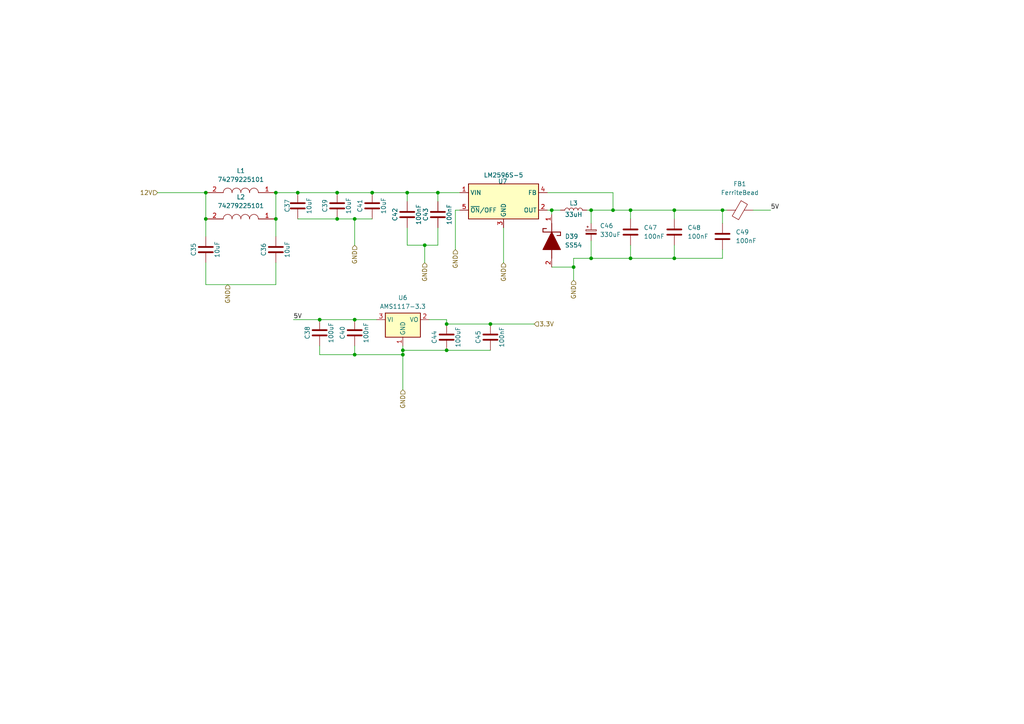
<source format=kicad_sch>
(kicad_sch (version 20231120) (generator "eeschema") (generator_version "8.0")
  (paper "A4")
  (lib_symbols
    (symbol "74279225101:74279225101" (pin_names (offset 0.762))
      (property "Reference" "L" (at 16.51 6.35 0))
      (property "Value" "74279225101" (at 16.51 3.81 0))
      (symbol "74279225101_0_0"
        (pin passive line (at 0 0 0) (length 5.08) (name "~") (number "1"))
        (pin passive line (at 20.32 0 180) (length 5.08) (name "~") (number "2"))
      )
      (symbol "74279225101_0_1"
        (arc (start 5.08 0) (mid 6.35 -1.3218) (end 7.62 0) (stroke (width 0.1524)))
        (arc (start 7.62 0) (mid 8.89 -1.3218) (end 10.16 0) (stroke (width 0.1524)))
        (arc (start 10.16 0) (mid 11.43 -1.3218) (end 12.7 0) (stroke (width 0.1524)))
        (arc (start 12.7 0) (mid 13.97 -1.3218) (end 15.24 0) (stroke (width 0.1524)))
      )
    )
    (symbol "Device:C" (pin_numbers hide) (pin_names (offset 0.254))
      (property "Reference" "C" (at 0.635 2.54 0))
      (property "Value" "C" (at 0.635 -2.54 0))
      (symbol "C_0_1"
        (polyline (pts (xy -2.032 -0.762) (xy 2.032 -0.762)) (stroke (width 0.508)))
        (polyline (pts (xy -2.032 0.762) (xy 2.032 0.762)) (stroke (width 0.508)))
      )
      (symbol "C_1_1"
        (pin passive line (at 0 3.81 270) (length 2.794) (name "~") (number "1"))
        (pin passive line (at 0 -3.81 90) (length 2.794) (name "~") (number "2"))
      )
    )
    (symbol "Device:C_Polarized_Small" (pin_numbers hide) (pin_names (offset 0.254) hide)
      (property "Reference" "C" (at 0.254 1.778 0))
      (property "Value" "C_Polarized_Small" (at 0.254 -2.032 0))
      (symbol "C_Polarized_Small_0_1"
        (rectangle (start -1.524 -0.3048) (end 1.524 -0.6858) (fill (type outline)))
        (rectangle (start -1.524 0.6858) (end 1.524 0.3048))
        (polyline (pts (xy -1.27 1.524) (xy -0.762 1.524)))
        (polyline (pts (xy -1.016 1.27) (xy -1.016 1.778)))
      )
      (symbol "C_Polarized_Small_1_1"
        (pin passive line (at 0 2.54 270) (length 1.8542) (name "~") (number "1"))
        (pin passive line (at 0 -2.54 90) (length 1.8542) (name "~") (number "2"))
      )
    )
    (symbol "Device:FerriteBead" (pin_numbers hide) (pin_names (offset 0))
      (property "Reference" "FB" (at -3.81 0.635 90))
      (property "Value" "FerriteBead" (at 3.81 0 90))
      (symbol "FerriteBead_0_1"
        (polyline (pts (xy 0 -1.27) (xy 0 -1.2192)))
        (polyline (pts (xy 0 1.27) (xy 0 1.2954)))
        (polyline (pts (xy -2.7686 0.4064) (xy -1.7018 2.2606) (xy 2.7686 -0.3048) (xy 1.6764 -2.159) (xy -2.7686 0.4064)))
      )
      (symbol "FerriteBead_1_1"
        (pin passive line (at 0 3.81 270) (length 2.54) (name "~") (number "1"))
        (pin passive line (at 0 -3.81 90) (length 2.54) (name "~") (number "2"))
      )
    )
    (symbol "Device:L" (pin_numbers hide) (pin_names (offset 1.016) hide)
      (property "Reference" "L" (at -1.27 0 90))
      (property "Value" "L" (at 1.905 0 90))
      (symbol "L_0_1"
        (arc (start 0 -2.54) (mid 0.6323 -1.905) (end 0 -1.27))
        (arc (start 0 -1.27) (mid 0.6323 -0.635) (end 0 0))
        (arc (start 0 0) (mid 0.6323 0.635) (end 0 1.27))
        (arc (start 0 1.27) (mid 0.6323 1.905) (end 0 2.54))
      )
      (symbol "L_1_1"
        (pin passive line (at 0 3.81 270) (length 1.27) (name "1") (number "1"))
        (pin passive line (at 0 -3.81 90) (length 1.27) (name "2") (number "2"))
      )
    )
    (symbol "Regulator_Linear:AMS1117-3.3"
      (property "Reference" "U" (at -3.81 3.175 0))
      (property "Value" "AMS1117-3.3" (at 0 3.175 0))
      (symbol "AMS1117-3.3_0_1"
        (rectangle (start -5.08 -5.08) (end 5.08 1.905) (stroke (width 0.254)) (fill (type background)))
      )
      (symbol "AMS1117-3.3_1_1"
        (pin power_in line (at 0 -7.62 90) (length 2.54) (name "GND") (number "1"))
        (pin power_out line (at 7.62 0 180) (length 2.54) (name "VO") (number "2"))
        (pin power_in line (at -7.62 0 0) (length 2.54) (name "VI") (number "3"))
      )
    )
    (symbol "Regulator_Switching:LM2596S-5"
      (property "Reference" "U" (at -10.16 6.35 0))
      (property "Value" "LM2596S-5" (at 0 6.35 0))
      (symbol "LM2596S-5_0_1"
        (rectangle (start -10.16 5.08) (end 10.16 -5.08) (stroke (width 0.254)) (fill (type background)))
      )
      (symbol "LM2596S-5_1_1"
        (pin power_in line (at -12.7 2.54 0) (length 2.54) (name "VIN") (number "1"))
        (pin output line (at 12.7 -2.54 180) (length 2.54) (name "OUT") (number "2"))
        (pin power_in line (at 0 -7.62 90) (length 2.54) (name "GND") (number "3"))
        (pin input line (at 12.7 2.54 180) (length 2.54) (name "FB") (number "4"))
        (pin input line (at -12.7 -2.54 0) (length 2.54) (name "~{ON}/OFF") (number "5"))
      )
    )
    (symbol "SS54:SS54" (pin_names hide)
      (property "Reference" "D" (at 12.7 8.89 0))
      (property "Value" "SS54" (at 12.7 6.35 0))
      (symbol "SS54_1_1"
        (polyline (pts (xy 5.08 0) (xy 7.62 0)) (stroke (width 0.254)))
        (polyline (pts (xy 6.604 -1.524) (xy 6.604 -2.54)) (stroke (width 0.254)))
        (polyline (pts (xy 7.62 -2.54) (xy 6.604 -2.54)) (stroke (width 0.254)))
        (polyline (pts (xy 7.62 2.54) (xy 7.62 -2.54)) (stroke (width 0.254)))
        (polyline (pts (xy 7.62 2.54) (xy 8.636 2.54)) (stroke (width 0.254)))
        (polyline (pts (xy 8.636 1.524) (xy 8.636 2.54)) (stroke (width 0.254)))
        (polyline (pts (xy 12.7 0) (xy 15.24 0)) (stroke (width 0.254)))
        (polyline (pts (xy 7.62 0) (xy 12.7 2.54) (xy 12.7 -2.54) (xy 7.62 0)) (stroke (width 0.254)) (fill (type outline)))
        (pin passive line (at 2.54 0 0) (length 2.54) (name "K") (number "1"))
        (pin passive line (at 17.78 0 180) (length 2.54) (name "A") (number "2"))
      )
    )
  )
  (junction (at 127 55.88))
  (junction (at 59.69 63.5))
  (junction (at 116.84 102.87))
  (junction (at 182.88 74.93))
  (junction (at 102.87 63.5))
  (junction (at 107.95 55.88))
  (junction (at 129.54 101.6))
  (junction (at 102.87 92.71))
  (junction (at 177.8 60.96))
  (junction (at 182.88 60.96))
  (junction (at 118.11 55.88))
  (junction (at 116.84 101.6))
  (junction (at 97.79 55.88))
  (junction (at 129.54 93.98))
  (junction (at 195.58 74.93))
  (junction (at 142.24 93.98))
  (junction (at 166.37 77.47))
  (junction (at 171.45 74.93))
  (junction (at 80.01 55.88))
  (junction (at 160.02 60.96))
  (junction (at 195.58 60.96))
  (junction (at 80.01 63.5))
  (junction (at 86.36 55.88))
  (junction (at 123.19 71.12))
  (junction (at 171.45 60.96))
  (junction (at 209.55 60.96))
  (junction (at 97.79 63.5))
  (junction (at 92.71 92.71))
  (junction (at 102.87 102.87))
  (junction (at 59.69 55.88))
  (wire (pts (xy 171.45 60.96) (xy 170.18 60.96)))
  (wire (pts (xy 142.24 93.98) (xy 129.54 93.98)))
  (wire (pts (xy 127 66.04) (xy 127 71.12)))
  (wire (pts (xy 132.08 60.96) (xy 133.35 60.96)))
  (wire (pts (xy 158.75 60.96) (xy 160.02 60.96)))
  (wire (pts (xy 107.95 55.88) (xy 118.11 55.88)))
  (wire (pts (xy 146.05 66.04) (xy 146.05 76.2)))
  (wire (pts (xy 182.88 74.93) (xy 195.58 74.93)))
  (wire (pts (xy 118.11 71.12) (xy 118.11 66.04)))
  (wire (pts (xy 177.8 55.88) (xy 158.75 55.88)))
  (wire (pts (xy 107.95 63.5) (xy 102.87 63.5)))
  (wire (pts (xy 171.45 74.93) (xy 182.88 74.93)))
  (wire (pts (xy 102.87 63.5) (xy 97.79 63.5)))
  (wire (pts (xy 171.45 69.85) (xy 171.45 74.93)))
  (wire (pts (xy 102.87 102.87) (xy 116.84 102.87)))
  (wire (pts (xy 182.88 71.12) (xy 182.88 74.93)))
  (wire (pts (xy 86.36 55.88) (xy 97.79 55.88)))
  (wire (pts (xy 45.72 55.88) (xy 59.69 55.88)))
  (wire (pts (xy 123.19 71.12) (xy 123.19 76.2)))
  (wire (pts (xy 160.02 60.96) (xy 162.56 60.96)))
  (wire (pts (xy 116.84 101.6) (xy 129.54 101.6)))
  (wire (pts (xy 102.87 100.33) (xy 102.87 102.87)))
  (wire (pts (xy 195.58 60.96) (xy 209.55 60.96)))
  (wire (pts (xy 195.58 74.93) (xy 209.55 74.93)))
  (wire (pts (xy 118.11 71.12) (xy 123.19 71.12)))
  (wire (pts (xy 116.84 101.6) (xy 116.84 102.87)))
  (wire (pts (xy 129.54 92.71) (xy 129.54 93.98)))
  (wire (pts (xy 195.58 63.5) (xy 195.58 60.96)))
  (wire (pts (xy 182.88 63.5) (xy 182.88 60.96)))
  (wire (pts (xy 166.37 77.47) (xy 166.37 81.28)))
  (wire (pts (xy 102.87 63.5) (xy 102.87 71.12)))
  (wire (pts (xy 116.84 100.33) (xy 116.84 101.6)))
  (wire (pts (xy 127 55.88) (xy 133.35 55.88)))
  (wire (pts (xy 102.87 92.71) (xy 109.22 92.71)))
  (wire (pts (xy 59.69 76.2) (xy 59.69 82.55)))
  (wire (pts (xy 92.71 92.71) (xy 102.87 92.71)))
  (wire (pts (xy 80.01 55.88) (xy 86.36 55.88)))
  (wire (pts (xy 85.09 92.71) (xy 92.71 92.71)))
  (wire (pts (xy 209.55 60.96) (xy 210.82 60.96)))
  (wire (pts (xy 118.11 55.88) (xy 118.11 58.42)))
  (wire (pts (xy 132.08 60.96) (xy 132.08 72.39)))
  (wire (pts (xy 59.69 63.5) (xy 59.69 68.58)))
  (wire (pts (xy 142.24 93.98) (xy 154.94 93.98)))
  (wire (pts (xy 209.55 60.96) (xy 209.55 64.77)))
  (wire (pts (xy 166.37 74.93) (xy 166.37 77.47)))
  (wire (pts (xy 97.79 63.5) (xy 86.36 63.5)))
  (wire (pts (xy 59.69 55.88) (xy 59.69 63.5)))
  (wire (pts (xy 177.8 55.88) (xy 177.8 60.96)))
  (wire (pts (xy 80.01 76.2) (xy 80.01 82.55)))
  (wire (pts (xy 171.45 60.96) (xy 171.45 64.77)))
  (wire (pts (xy 127 55.88) (xy 127 58.42)))
  (wire (pts (xy 97.79 55.88) (xy 107.95 55.88)))
  (wire (pts (xy 177.8 60.96) (xy 182.88 60.96)))
  (wire (pts (xy 160.02 60.96) (xy 160.02 62.23)))
  (wire (pts (xy 92.71 100.33) (xy 92.71 102.87)))
  (wire (pts (xy 171.45 60.96) (xy 177.8 60.96)))
  (wire (pts (xy 59.69 82.55) (xy 80.01 82.55)))
  (wire (pts (xy 116.84 102.87) (xy 116.84 113.03)))
  (wire (pts (xy 160.02 77.47) (xy 166.37 77.47)))
  (wire (pts (xy 80.01 55.88) (xy 80.01 63.5)))
  (wire (pts (xy 129.54 101.6) (xy 142.24 101.6)))
  (wire (pts (xy 209.55 74.93) (xy 209.55 72.39)))
  (wire (pts (xy 195.58 71.12) (xy 195.58 74.93)))
  (wire (pts (xy 218.44 60.96) (xy 223.52 60.96)))
  (wire (pts (xy 80.01 63.5) (xy 80.01 68.58)))
  (wire (pts (xy 166.37 74.93) (xy 171.45 74.93)))
  (wire (pts (xy 118.11 55.88) (xy 127 55.88)))
  (wire (pts (xy 92.71 102.87) (xy 102.87 102.87)))
  (wire (pts (xy 123.19 71.12) (xy 127 71.12)))
  (wire (pts (xy 182.88 60.96) (xy 195.58 60.96)))
  (wire (pts (xy 129.54 92.71) (xy 124.46 92.71)))
  (label "5V" (at 85.09 92.71 0))
  (label "5V" (at 223.52 60.96 0))
  (hierarchical_label "GND" (shape input) (at 166.37 81.28 270))
  (hierarchical_label "GND" (shape input) (at 123.19 76.2 270))
  (hierarchical_label "GND" (shape input) (at 132.08 72.39 270))
  (hierarchical_label "GND" (shape input) (at 146.05 76.2 270))
  (hierarchical_label "12V" (shape input) (at 45.72 55.88 180))
  (hierarchical_label "GND" (shape input) (at 102.87 71.12 270))
  (hierarchical_label "GND" (shape input) (at 116.84 113.03 270))
  (hierarchical_label "3.3V" (shape input) (at 154.94 93.98 0))
  (hierarchical_label "GND" (shape input) (at 66.04 82.55 270))
  (symbol (lib_id "Device:C_Polarized_Small") (at 171.45 67.31 0) (unit 1)
    (property "Reference" "C46" (at 173.99 65.4938 0) (effects (justify left)))
    (property "Value" "330uF" (at 173.99 68.0338 0) (effects (justify left)))
    (property "Footprint" "Capacitor_THT:CP_Radial_D8.0mm_P5.00mm" (effects (hide yes)))
    (property "Description" "Polarized capacitor, small symbol" (effects (hide yes)))
  )
  (symbol (lib_id "Device:C") (at 118.11 62.23 180) (unit 1)
    (property "Reference" "C42" (at 114.554 62.23 90))
    (property "Value" "100nF" (at 121.412 62.23 90))
    (property "Footprint" "Capacitor_SMD:C_0402_1005Metric" (effects (hide yes)))
    (property "Description" "Unpolarized capacitor" (effects (hide yes)))
    (property "LCSC" "C513772" (effects (hide yes)))
  )
  (symbol (lib_id "Regulator_Switching:LM2596S-5") (at 146.05 58.42 0) (unit 1)
    (property "Reference" "U7" (at 145.796 52.578 0))
    (property "Value" "LM2596S-5" (at 146.05 50.8 0))
    (property "Footprint" "Package_TO_SOT_SMD:TO-263-5_TabPin3" (effects (hide yes)))
    (property "Datasheet" "http://www.ti.com/lit/ds/symlink/lm2596.pdf" (effects (hide yes)))
    (property "Description" "5V 3A Step-Down Voltage Regulator, TO-263" (effects (hide yes)))
  )
  (symbol (lib_id "Regulator_Linear:AMS1117-3.3") (at 116.84 92.71 0) (unit 1)
    (property "Reference" "U6" (at 116.84 86.36 0))
    (property "Value" "AMS1117-3.3" (at 116.84 88.9 0))
    (property "Footprint" "Package_TO_SOT_SMD:SOT-223-3_TabPin2" (effects (hide yes)))
    (property "Datasheet" "http://www.advanced-monolithic.com/pdf/ds1117.pdf" (effects (hide yes)))
    (property "Description" "1A Low Dropout regulator, positive, 3.3V fixed output, SOT-223" (effects (hide yes)))
  )
  (symbol (lib_id "74279225101:74279225101") (at 80.01 55.88 180) (unit 1)
    (property "Reference" "L1" (at 69.85 49.53 0))
    (property "Value" "74279225101" (at 69.85 52.07 0))
    (property "Footprint" "74279225101:WE-MPSB_331252" (effects (hide yes)))
    (property "Datasheet" "http://componentsearchengine.com/Datasheets/1/74279225101.pdf" (effects (hide yes)))
    (property "Description" "SMD EMI Multilayer Power Suppression Bead WE-MPSB" (effects (hide yes)))
    (property "Manufacturer_Name" "Wurth Elektronik" (effects (hide yes)))
    (property "Manufacturer_Part_Number" "74279225101" (effects (hide yes)))
    (property "Mouser Part Number" "710-74279225101" (effects (hide yes)))
    (property "Mouser Price/Stock" "https://www.mouser.co.uk/ProductDetail/Wurth-Elektronik/74279225101?qs=cFlH0mFHHFoAcDUugf3xXg%3D%3D" (effects (hide yes)))
  )
  (symbol (lib_id "Device:C") (at 107.95 59.69 180) (unit 1)
    (property "Reference" "C41" (at 104.394 59.69 90))
    (property "Value" "10uF" (at 111.252 59.69 90))
    (property "Footprint" "Capacitor_SMD:C_1206_3216Metric" (effects (hide yes)))
    (property "Description" "Unpolarized capacitor" (effects (hide yes)))
  )
  (symbol (lib_id "Device:FerriteBead") (at 214.63 60.96 90) (unit 1)
    (property "Reference" "FB1" (at 214.5792 53.34 90))
    (property "Value" "FerriteBead" (at 214.5792 55.88 90))
    (property "Footprint" "Inductor_SMD:L_1812_4532Metric" (effects (hide yes)))
    (property "Description" "Ferrite bead" (effects (hide yes)))
  )
  (symbol (lib_id "Device:C") (at 92.71 96.52 180) (unit 1)
    (property "Reference" "C38" (at 89.154 96.52 90))
    (property "Value" "100uF" (at 96.012 96.52 90))
    (property "Footprint" "Capacitor_SMD:C_1206_3216Metric" (effects (hide yes)))
    (property "Description" "Unpolarized capacitor" (effects (hide yes)))
  )
  (symbol (lib_id "Device:C") (at 59.69 72.39 180) (unit 1)
    (property "Reference" "C35" (at 56.134 72.39 90))
    (property "Value" "10uF" (at 62.992 72.39 90))
    (property "Footprint" "Capacitor_SMD:C_1206_3216Metric" (effects (hide yes)))
    (property "Description" "Unpolarized capacitor" (effects (hide yes)))
  )
  (symbol (lib_id "Device:L") (at 166.37 60.96 90) (unit 1)
    (property "Reference" "L3" (at 166.37 58.928 90))
    (property "Value" "33uH" (at 166.37 62.23 90))
    (property "Footprint" "Inductor_THT:L_Radial_D6.0mm_P4.00mm" (effects (hide yes)))
    (property "Description" "Inductor" (effects (hide yes)))
  )
  (symbol (lib_id "Device:C") (at 195.58 67.31 0) (unit 1)
    (property "Reference" "C48" (at 199.39 66.0399 0) (effects (justify left)))
    (property "Value" "100nF" (at 199.39 68.5799 0) (effects (justify left)))
    (property "Footprint" "Capacitor_SMD:C_0402_1005Metric" (effects (hide yes)))
    (property "Datasheet" "https://www.lcsc.com/datasheet/lcsc_datasheet_2410121935_Samwha-Capacitor-CS1005X7R104K500NR_C513772.pdf" (effects (hide yes)))
    (property "Description" "Unpolarized capacitor" (effects (hide yes)))
    (property "LCSC" "C513772" (effects (hide yes)))
  )
  (symbol (lib_id "Device:C") (at 102.87 96.52 180) (unit 1)
    (property "Reference" "C40" (at 99.314 96.52 90))
    (property "Value" "100nF" (at 106.172 96.52 90))
    (property "Footprint" "Capacitor_SMD:C_0402_1005Metric" (effects (hide yes)))
    (property "Datasheet" "https://www.lcsc.com/datasheet/lcsc_datasheet_2410121935_Samwha-Capacitor-CS1005X7R104K500NR_C513772.pdf" (effects (hide yes)))
    (property "Description" "Unpolarized capacitor" (effects (hide yes)))
    (property "LCSC" "C513772" (effects (hide yes)))
  )
  (symbol (lib_id "Device:C") (at 129.54 97.79 180) (unit 1)
    (property "Reference" "C44" (at 125.984 97.79 90))
    (property "Value" "100uF" (at 132.842 97.79 90))
    (property "Footprint" "Capacitor_SMD:C_1206_3216Metric" (effects (hide yes)))
    (property "Description" "Unpolarized capacitor" (effects (hide yes)))
  )
  (symbol (lib_id "SS54:SS54") (at 160.02 59.69 270) (unit 1)
    (property "Reference" "D39" (at 163.83 68.5799 90) (effects (justify left)))
    (property "Value" "SS54" (at 163.83 71.1199 90) (effects (justify left)))
    (property "Footprint" "1N5824:DIONM7959X262N" (effects (hide yes)))
    (property "Datasheet" "http://www.farnell.com/datasheets/2920575.pdf" (effects (hide yes)))
    (property "Description" "DIODE, SCHOTTK, RECTIF, 5A, 40V, SMC" (effects (hide yes)))
    (property "Height" "2.62" (effects (hide yes)))
    (property "Manufacturer_Name" "Multicomp Pro" (effects (hide yes)))
    (property "Manufacturer_Part_Number" "SS54" (effects (hide yes)))
  )
  (symbol (lib_id "Device:C") (at 127 62.23 180) (unit 1)
    (property "Reference" "C43" (at 123.444 62.23 90))
    (property "Value" "100nF" (at 130.302 62.23 90))
    (property "Footprint" "Capacitor_SMD:C_0402_1005Metric" (effects (hide yes)))
    (property "Description" "Unpolarized capacitor" (effects (hide yes)))
    (property "LCSC" "C513772" (effects (hide yes)))
  )
  (symbol (lib_id "74279225101:74279225101") (at 80.01 63.5 180) (unit 1)
    (property "Reference" "L2" (at 69.85 57.15 0))
    (property "Value" "74279225101" (at 69.85 59.69 0))
    (property "Footprint" "74279225101:WE-MPSB_331252" (effects (hide yes)))
    (property "Datasheet" "http://componentsearchengine.com/Datasheets/1/74279225101.pdf" (effects (hide yes)))
    (property "Description" "SMD EMI Multilayer Power Suppression Bead WE-MPSB" (effects (hide yes)))
    (property "Manufacturer_Name" "Wurth Elektronik" (effects (hide yes)))
    (property "Manufacturer_Part_Number" "74279225101" (effects (hide yes)))
    (property "Mouser Part Number" "710-74279225101" (effects (hide yes)))
    (property "Mouser Price/Stock" "https://www.mouser.co.uk/ProductDetail/Wurth-Elektronik/74279225101?qs=cFlH0mFHHFoAcDUugf3xXg%3D%3D" (effects (hide yes)))
  )
  (symbol (lib_id "Device:C") (at 86.36 59.69 180) (unit 1)
    (property "Reference" "C37" (at 83.312 59.69 90))
    (property "Value" "10uF" (at 89.662 59.69 90))
    (property "Footprint" "Capacitor_SMD:C_1206_3216Metric" (effects (hide yes)))
    (property "Description" "Unpolarized capacitor" (effects (hide yes)))
  )
  (symbol (lib_id "Device:C") (at 80.01 72.39 180) (unit 1)
    (property "Reference" "C36" (at 76.454 72.39 90))
    (property "Value" "10uF" (at 83.312 72.39 90))
    (property "Footprint" "Capacitor_SMD:C_1206_3216Metric" (effects (hide yes)))
    (property "Description" "Unpolarized capacitor" (effects (hide yes)))
  )
  (symbol (lib_id "Device:C") (at 209.55 68.58 0) (unit 1)
    (property "Reference" "C49" (at 213.36 67.3099 0) (effects (justify left)))
    (property "Value" "100nF" (at 213.36 69.8499 0) (effects (justify left)))
    (property "Footprint" "Capacitor_SMD:C_0402_1005Metric" (effects (hide yes)))
    (property "Datasheet" "https://www.lcsc.com/datasheet/lcsc_datasheet_2410121935_Samwha-Capacitor-CS1005X7R104K500NR_C513772.pdf" (effects (hide yes)))
    (property "Description" "Unpolarized capacitor" (effects (hide yes)))
    (property "LCSC" "C513772" (effects (hide yes)))
  )
  (symbol (lib_id "Device:C") (at 142.24 97.79 180) (unit 1)
    (property "Reference" "C45" (at 138.684 97.79 90))
    (property "Value" "100nF" (at 145.542 97.79 90))
    (property "Footprint" "Capacitor_SMD:C_0402_1005Metric" (effects (hide yes)))
    (property "Datasheet" "https://www.lcsc.com/datasheet/lcsc_datasheet_2410121935_Samwha-Capacitor-CS1005X7R104K500NR_C513772.pdf" (effects (hide yes)))
    (property "Description" "Unpolarized capacitor" (effects (hide yes)))
    (property "LCSC" "C513772" (effects (hide yes)))
  )
  (symbol (lib_id "Device:C") (at 97.79 59.69 180) (unit 1)
    (property "Reference" "C39" (at 94.234 59.69 90))
    (property "Value" "10uF" (at 101.092 59.69 90))
    (property "Footprint" "Capacitor_SMD:C_1206_3216Metric" (effects (hide yes)))
    (property "Description" "Unpolarized capacitor" (effects (hide yes)))
  )
  (symbol (lib_id "Device:C") (at 182.88 67.31 0) (unit 1)
    (property "Reference" "C47" (at 186.69 66.0399 0) (effects (justify left)))
    (property "Value" "100nF" (at 186.69 68.5799 0) (effects (justify left)))
    (property "Footprint" "Capacitor_SMD:C_0402_1005Metric" (effects (hide yes)))
    (property "Datasheet" "https://www.lcsc.com/datasheet/lcsc_datasheet_2410121935_Samwha-Capacitor-CS1005X7R104K500NR_C513772.pdf" (effects (hide yes)))
    (property "Description" "Unpolarized capacitor" (effects (hide yes)))
    (property "LCSC" "C513772" (effects (hide yes)))
  )
)
</source>
